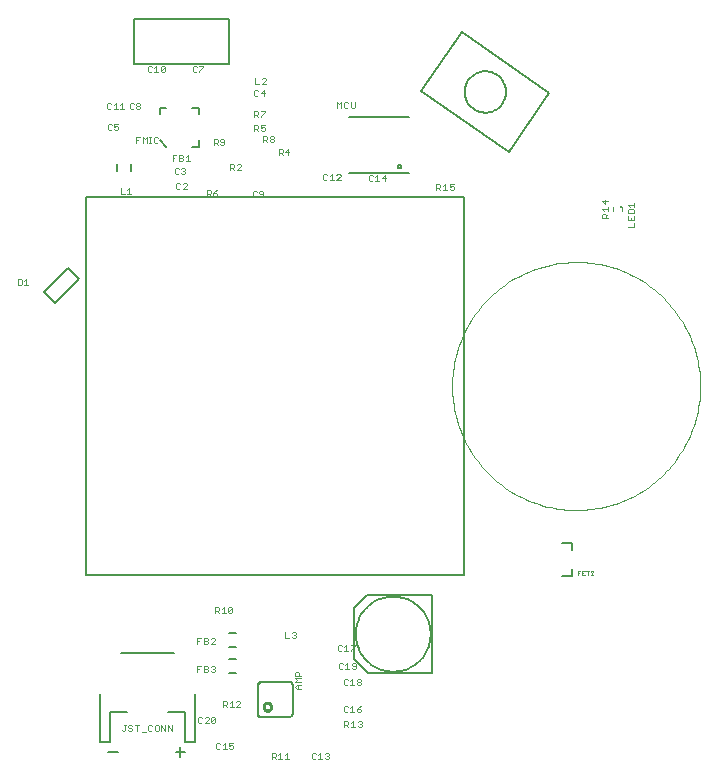
<source format=gto>
G75*
%MOIN*%
%OFA0B0*%
%FSLAX24Y24*%
%IPPOS*%
%LPD*%
%AMOC8*
5,1,8,0,0,1.08239X$1,22.5*
%
%ADD10C,0.0080*%
%ADD11C,0.0040*%
%ADD12C,0.0006*%
%ADD13C,0.0060*%
%ADD14C,0.0100*%
%ADD15C,0.0039*%
%ADD16R,0.0089X0.0098*%
%ADD17C,0.0050*%
%ADD18C,0.0070*%
%ADD19C,0.0030*%
D10*
X018057Y021281D02*
X018059Y021296D01*
X018065Y021309D01*
X018074Y021321D01*
X018085Y021330D01*
X018099Y021336D01*
X018114Y021338D01*
X018129Y021336D01*
X018142Y021330D01*
X018154Y021321D01*
X018163Y021310D01*
X018169Y021296D01*
X018171Y021281D01*
X018169Y021266D01*
X018163Y021253D01*
X018154Y021241D01*
X018143Y021232D01*
X018129Y021226D01*
X018114Y021224D01*
X018099Y021226D01*
X018086Y021232D01*
X018074Y021241D01*
X018065Y021252D01*
X018059Y021266D01*
X018057Y021281D01*
X011420Y021932D02*
X011420Y022149D01*
X011420Y021932D02*
X011204Y021932D01*
X010337Y021932D02*
X010121Y022149D01*
X010121Y023015D02*
X010121Y023231D01*
X010337Y023231D01*
X011204Y023231D02*
X011420Y023231D01*
X011420Y023015D01*
X023526Y008723D02*
X023841Y008723D01*
X023841Y008487D01*
X023841Y007857D02*
X023841Y007621D01*
X023526Y007621D01*
D11*
X016825Y004160D02*
X016825Y004127D01*
X016791Y004093D01*
X016725Y004093D01*
X016691Y004127D01*
X016691Y004160D01*
X016725Y004193D01*
X016791Y004193D01*
X016825Y004160D01*
X016791Y004093D02*
X016825Y004060D01*
X016825Y004027D01*
X016791Y003993D01*
X016725Y003993D01*
X016691Y004027D01*
X016691Y004060D01*
X016725Y004093D01*
X016604Y003993D02*
X016470Y003993D01*
X016537Y003993D02*
X016537Y004193D01*
X016470Y004127D01*
X016383Y004160D02*
X016349Y004193D01*
X016283Y004193D01*
X016249Y004160D01*
X016249Y004027D01*
X016283Y003993D01*
X016349Y003993D01*
X016383Y004027D01*
X016369Y004541D02*
X016369Y004741D01*
X016302Y004674D01*
X016215Y004708D02*
X016181Y004741D01*
X016114Y004741D01*
X016081Y004708D01*
X016081Y004574D01*
X016114Y004541D01*
X016181Y004541D01*
X016215Y004574D01*
X016302Y004541D02*
X016436Y004541D01*
X016523Y004574D02*
X016556Y004541D01*
X016623Y004541D01*
X016657Y004574D01*
X016657Y004708D01*
X016623Y004741D01*
X016556Y004741D01*
X016523Y004708D01*
X016523Y004674D01*
X016556Y004641D01*
X016657Y004641D01*
X016494Y005135D02*
X016494Y005168D01*
X016628Y005302D01*
X016628Y005335D01*
X016494Y005335D01*
X016340Y005335D02*
X016340Y005135D01*
X016273Y005135D02*
X016407Y005135D01*
X016273Y005268D02*
X016340Y005335D01*
X016186Y005302D02*
X016152Y005335D01*
X016086Y005335D01*
X016052Y005302D01*
X016052Y005168D01*
X016086Y005135D01*
X016152Y005135D01*
X016186Y005168D01*
X014821Y004306D02*
X014621Y004306D01*
X014621Y004406D01*
X014654Y004439D01*
X014721Y004439D01*
X014755Y004406D01*
X014755Y004306D01*
X014821Y004218D02*
X014621Y004218D01*
X014688Y004152D01*
X014621Y004085D01*
X014821Y004085D01*
X014821Y003997D02*
X014688Y003997D01*
X014621Y003931D01*
X014688Y003864D01*
X014821Y003864D01*
X014721Y003864D02*
X014721Y003997D01*
X014622Y005566D02*
X014555Y005566D01*
X014522Y005599D01*
X014434Y005566D02*
X014301Y005566D01*
X014301Y005766D01*
X014522Y005732D02*
X014555Y005766D01*
X014622Y005766D01*
X014655Y005732D01*
X014655Y005699D01*
X014622Y005666D01*
X014655Y005632D01*
X014655Y005599D01*
X014622Y005566D01*
X014622Y005666D02*
X014589Y005666D01*
X012533Y006442D02*
X012500Y006409D01*
X012433Y006409D01*
X012400Y006442D01*
X012533Y006575D01*
X012533Y006442D01*
X012400Y006442D02*
X012400Y006575D01*
X012433Y006609D01*
X012500Y006609D01*
X012533Y006575D01*
X012312Y006409D02*
X012179Y006409D01*
X012246Y006409D02*
X012246Y006609D01*
X012179Y006542D01*
X012091Y006509D02*
X012058Y006475D01*
X011958Y006475D01*
X011958Y006409D02*
X011958Y006609D01*
X012058Y006609D01*
X012091Y006575D01*
X012091Y006509D01*
X012025Y006475D02*
X012091Y006409D01*
X011909Y005566D02*
X011843Y005566D01*
X011809Y005532D01*
X011722Y005532D02*
X011722Y005499D01*
X011688Y005465D01*
X011588Y005465D01*
X011588Y005365D02*
X011688Y005365D01*
X011722Y005399D01*
X011722Y005432D01*
X011688Y005465D01*
X011722Y005532D02*
X011688Y005566D01*
X011588Y005566D01*
X011588Y005365D01*
X011434Y005465D02*
X011367Y005465D01*
X011367Y005365D02*
X011367Y005566D01*
X011501Y005566D01*
X011809Y005365D02*
X011943Y005499D01*
X011943Y005532D01*
X011909Y005566D01*
X011943Y005365D02*
X011809Y005365D01*
X011843Y004640D02*
X011909Y004640D01*
X011943Y004607D01*
X011943Y004574D01*
X011909Y004540D01*
X011943Y004507D01*
X011943Y004474D01*
X011909Y004440D01*
X011843Y004440D01*
X011809Y004474D01*
X011722Y004474D02*
X011688Y004440D01*
X011588Y004440D01*
X011588Y004640D01*
X011688Y004640D01*
X011722Y004607D01*
X011722Y004574D01*
X011688Y004540D01*
X011588Y004540D01*
X011688Y004540D02*
X011722Y004507D01*
X011722Y004474D01*
X011809Y004607D02*
X011843Y004640D01*
X011876Y004540D02*
X011909Y004540D01*
X011501Y004640D02*
X011367Y004640D01*
X011367Y004440D01*
X011367Y004540D02*
X011434Y004540D01*
X012232Y003447D02*
X012332Y003447D01*
X012365Y003414D01*
X012365Y003347D01*
X012332Y003314D01*
X012232Y003314D01*
X012299Y003314D02*
X012365Y003247D01*
X012453Y003247D02*
X012586Y003247D01*
X012520Y003247D02*
X012520Y003447D01*
X012453Y003380D01*
X012674Y003414D02*
X012707Y003447D01*
X012774Y003447D01*
X012807Y003414D01*
X012807Y003380D01*
X012674Y003247D01*
X012807Y003247D01*
X012232Y003247D02*
X012232Y003447D01*
X011938Y002930D02*
X011971Y002897D01*
X011838Y002763D01*
X011871Y002730D01*
X011938Y002730D01*
X011971Y002763D01*
X011971Y002897D01*
X011938Y002930D02*
X011871Y002930D01*
X011838Y002897D01*
X011838Y002763D01*
X011750Y002730D02*
X011617Y002730D01*
X011750Y002863D01*
X011750Y002897D01*
X011717Y002930D01*
X011650Y002930D01*
X011617Y002897D01*
X011530Y002897D02*
X011496Y002930D01*
X011429Y002930D01*
X011396Y002897D01*
X011396Y002763D01*
X011429Y002730D01*
X011496Y002730D01*
X011530Y002763D01*
X012031Y002067D02*
X011997Y002034D01*
X011997Y001901D01*
X012031Y001867D01*
X012097Y001867D01*
X012131Y001901D01*
X012218Y001867D02*
X012352Y001867D01*
X012285Y001867D02*
X012285Y002067D01*
X012218Y002001D01*
X012131Y002034D02*
X012097Y002067D01*
X012031Y002067D01*
X012439Y002067D02*
X012439Y001967D01*
X012506Y002001D01*
X012539Y002001D01*
X012573Y001967D01*
X012573Y001901D01*
X012539Y001867D01*
X012473Y001867D01*
X012439Y001901D01*
X012439Y002067D02*
X012573Y002067D01*
X013846Y001734D02*
X013846Y001534D01*
X013846Y001601D02*
X013946Y001601D01*
X013980Y001634D01*
X013980Y001701D01*
X013946Y001734D01*
X013846Y001734D01*
X013913Y001601D02*
X013980Y001534D01*
X014067Y001534D02*
X014200Y001534D01*
X014134Y001534D02*
X014134Y001734D01*
X014067Y001668D01*
X014288Y001668D02*
X014355Y001734D01*
X014355Y001534D01*
X014421Y001534D02*
X014288Y001534D01*
X015185Y001577D02*
X015218Y001543D01*
X015285Y001543D01*
X015318Y001577D01*
X015406Y001543D02*
X015539Y001543D01*
X015472Y001543D02*
X015472Y001743D01*
X015406Y001677D01*
X015318Y001710D02*
X015285Y001743D01*
X015218Y001743D01*
X015185Y001710D01*
X015185Y001577D01*
X015627Y001577D02*
X015660Y001543D01*
X015727Y001543D01*
X015760Y001577D01*
X015760Y001610D01*
X015727Y001643D01*
X015693Y001643D01*
X015727Y001643D02*
X015760Y001677D01*
X015760Y001710D01*
X015727Y001743D01*
X015660Y001743D01*
X015627Y001710D01*
X016267Y002597D02*
X016267Y002797D01*
X016367Y002797D01*
X016401Y002764D01*
X016401Y002697D01*
X016367Y002664D01*
X016267Y002664D01*
X016334Y002664D02*
X016401Y002597D01*
X016488Y002597D02*
X016622Y002597D01*
X016555Y002597D02*
X016555Y002797D01*
X016488Y002731D01*
X016709Y002764D02*
X016743Y002797D01*
X016809Y002797D01*
X016843Y002764D01*
X016843Y002731D01*
X016809Y002697D01*
X016843Y002664D01*
X016843Y002631D01*
X016809Y002597D01*
X016743Y002597D01*
X016709Y002631D01*
X016776Y002697D02*
X016809Y002697D01*
X016790Y003098D02*
X016823Y003132D01*
X016823Y003165D01*
X016790Y003199D01*
X016690Y003199D01*
X016690Y003132D01*
X016723Y003098D01*
X016790Y003098D01*
X016690Y003199D02*
X016756Y003265D01*
X016823Y003299D01*
X016535Y003299D02*
X016535Y003098D01*
X016469Y003098D02*
X016602Y003098D01*
X016469Y003232D02*
X016535Y003299D01*
X016381Y003265D02*
X016348Y003299D01*
X016281Y003299D01*
X016248Y003265D01*
X016248Y003132D01*
X016281Y003098D01*
X016348Y003098D01*
X016381Y003132D01*
X010526Y002648D02*
X010526Y002448D01*
X010393Y002648D01*
X010393Y002448D01*
X010305Y002448D02*
X010305Y002648D01*
X010172Y002648D02*
X010305Y002448D01*
X010172Y002448D02*
X010172Y002648D01*
X010084Y002615D02*
X010084Y002481D01*
X010051Y002448D01*
X009984Y002448D01*
X009951Y002481D01*
X009951Y002615D01*
X009984Y002648D01*
X010051Y002648D01*
X010084Y002615D01*
X009863Y002615D02*
X009830Y002648D01*
X009763Y002648D01*
X009730Y002615D01*
X009730Y002481D01*
X009763Y002448D01*
X009830Y002448D01*
X009863Y002481D01*
X009642Y002415D02*
X009509Y002415D01*
X009354Y002448D02*
X009354Y002648D01*
X009288Y002648D02*
X009421Y002648D01*
X009200Y002615D02*
X009167Y002648D01*
X009100Y002648D01*
X009067Y002615D01*
X009067Y002581D01*
X009100Y002548D01*
X009167Y002548D01*
X009200Y002515D01*
X009200Y002481D01*
X009167Y002448D01*
X009100Y002448D01*
X009067Y002481D01*
X008946Y002481D02*
X008946Y002648D01*
X008979Y002648D02*
X008912Y002648D01*
X008946Y002481D02*
X008912Y002448D01*
X008879Y002448D01*
X008846Y002481D01*
X005735Y017341D02*
X005602Y017341D01*
X005668Y017341D02*
X005668Y017541D01*
X005602Y017475D01*
X005514Y017508D02*
X005481Y017541D01*
X005381Y017541D01*
X005381Y017341D01*
X005481Y017341D01*
X005514Y017374D01*
X005514Y017508D01*
X008812Y020362D02*
X008946Y020362D01*
X009033Y020362D02*
X009167Y020362D01*
X009100Y020362D02*
X009100Y020562D01*
X009033Y020496D01*
X008812Y020562D02*
X008812Y020362D01*
X010659Y020562D02*
X010692Y020529D01*
X010759Y020529D01*
X010792Y020562D01*
X010880Y020529D02*
X011013Y020662D01*
X011013Y020696D01*
X010980Y020729D01*
X010913Y020729D01*
X010880Y020696D01*
X010792Y020696D02*
X010759Y020729D01*
X010692Y020729D01*
X010659Y020696D01*
X010659Y020562D01*
X010880Y020529D02*
X011013Y020529D01*
X010940Y021041D02*
X010874Y021041D01*
X010840Y021074D01*
X010753Y021074D02*
X010719Y021041D01*
X010653Y021041D01*
X010619Y021074D01*
X010619Y021207D01*
X010653Y021241D01*
X010719Y021241D01*
X010753Y021207D01*
X010840Y021207D02*
X010874Y021241D01*
X010940Y021241D01*
X010974Y021207D01*
X010974Y021174D01*
X010940Y021141D01*
X010974Y021107D01*
X010974Y021074D01*
X010940Y021041D01*
X010940Y021141D02*
X010907Y021141D01*
X010862Y021468D02*
X010762Y021468D01*
X010762Y021668D01*
X010862Y021668D01*
X010895Y021635D01*
X010895Y021601D01*
X010862Y021568D01*
X010762Y021568D01*
X010862Y021568D02*
X010895Y021534D01*
X010895Y021501D01*
X010862Y021468D01*
X010983Y021468D02*
X011116Y021468D01*
X011049Y021468D02*
X011049Y021668D01*
X010983Y021601D01*
X010674Y021668D02*
X010541Y021668D01*
X010541Y021468D01*
X010541Y021568D02*
X010607Y021568D01*
X010049Y022094D02*
X010015Y022060D01*
X009949Y022060D01*
X009915Y022094D01*
X009915Y022227D01*
X009949Y022260D01*
X010015Y022260D01*
X010049Y022227D01*
X009835Y022260D02*
X009768Y022260D01*
X009801Y022260D02*
X009801Y022060D01*
X009768Y022060D02*
X009835Y022060D01*
X009680Y022060D02*
X009680Y022260D01*
X009614Y022194D01*
X009547Y022260D01*
X009547Y022060D01*
X009393Y022160D02*
X009326Y022160D01*
X009326Y022060D02*
X009326Y022260D01*
X009459Y022260D01*
X008730Y022531D02*
X008696Y022497D01*
X008630Y022497D01*
X008596Y022531D01*
X008596Y022597D02*
X008663Y022631D01*
X008696Y022631D01*
X008730Y022597D01*
X008730Y022531D01*
X008596Y022597D02*
X008596Y022697D01*
X008730Y022697D01*
X008509Y022664D02*
X008475Y022697D01*
X008409Y022697D01*
X008375Y022664D01*
X008375Y022531D01*
X008409Y022497D01*
X008475Y022497D01*
X008509Y022531D01*
X008463Y023206D02*
X008497Y023239D01*
X008463Y023206D02*
X008397Y023206D01*
X008363Y023239D01*
X008363Y023373D01*
X008397Y023406D01*
X008463Y023406D01*
X008497Y023373D01*
X008584Y023339D02*
X008651Y023406D01*
X008651Y023206D01*
X008584Y023206D02*
X008718Y023206D01*
X008805Y023206D02*
X008939Y023206D01*
X008872Y023206D02*
X008872Y023406D01*
X008805Y023339D01*
X009111Y023373D02*
X009111Y023239D01*
X009145Y023206D01*
X009212Y023206D01*
X009245Y023239D01*
X009332Y023239D02*
X009332Y023273D01*
X009366Y023306D01*
X009432Y023306D01*
X009466Y023273D01*
X009466Y023239D01*
X009432Y023206D01*
X009366Y023206D01*
X009332Y023239D01*
X009366Y023306D02*
X009332Y023339D01*
X009332Y023373D01*
X009366Y023406D01*
X009432Y023406D01*
X009466Y023373D01*
X009466Y023339D01*
X009432Y023306D01*
X009245Y023373D02*
X009212Y023406D01*
X009145Y023406D01*
X009111Y023373D01*
X009747Y024426D02*
X009814Y024426D01*
X009847Y024460D01*
X009935Y024426D02*
X010068Y024426D01*
X010001Y024426D02*
X010001Y024627D01*
X009935Y024560D01*
X009847Y024593D02*
X009814Y024627D01*
X009747Y024627D01*
X009714Y024593D01*
X009714Y024460D01*
X009747Y024426D01*
X010156Y024460D02*
X010156Y024593D01*
X010189Y024627D01*
X010256Y024627D01*
X010289Y024593D01*
X010156Y024460D01*
X010189Y024426D01*
X010256Y024426D01*
X010289Y024460D01*
X010289Y024593D01*
X011210Y024593D02*
X011210Y024460D01*
X011243Y024426D01*
X011310Y024426D01*
X011343Y024460D01*
X011431Y024460D02*
X011431Y024426D01*
X011431Y024460D02*
X011564Y024593D01*
X011564Y024627D01*
X011431Y024627D01*
X011343Y024593D02*
X011310Y024627D01*
X011243Y024627D01*
X011210Y024593D01*
X013257Y023806D02*
X013257Y023672D01*
X013290Y023639D01*
X013357Y023639D01*
X013391Y023672D01*
X013478Y023739D02*
X013612Y023739D01*
X013578Y023639D02*
X013578Y023839D01*
X013478Y023739D01*
X013391Y023806D02*
X013357Y023839D01*
X013290Y023839D01*
X013257Y023806D01*
X013304Y024036D02*
X013437Y024036D01*
X013525Y024036D02*
X013658Y024170D01*
X013658Y024203D01*
X013625Y024236D01*
X013558Y024236D01*
X013525Y024203D01*
X013525Y024036D02*
X013658Y024036D01*
X013304Y024036D02*
X013304Y024236D01*
X013257Y023130D02*
X013357Y023130D01*
X013391Y023097D01*
X013391Y023030D01*
X013357Y022997D01*
X013257Y022997D01*
X013257Y022930D02*
X013257Y023130D01*
X013324Y022997D02*
X013391Y022930D01*
X013478Y022930D02*
X013478Y022964D01*
X013612Y023097D01*
X013612Y023130D01*
X013478Y023130D01*
X013478Y022658D02*
X013478Y022558D01*
X013545Y022591D01*
X013578Y022591D01*
X013612Y022558D01*
X013612Y022491D01*
X013578Y022458D01*
X013511Y022458D01*
X013478Y022491D01*
X013391Y022458D02*
X013324Y022525D01*
X013357Y022525D02*
X013257Y022525D01*
X013257Y022458D02*
X013257Y022658D01*
X013357Y022658D01*
X013391Y022625D01*
X013391Y022558D01*
X013357Y022525D01*
X013478Y022658D02*
X013612Y022658D01*
X013572Y022304D02*
X013672Y022304D01*
X013705Y022270D01*
X013705Y022204D01*
X013672Y022170D01*
X013572Y022170D01*
X013572Y022104D02*
X013572Y022304D01*
X013639Y022170D02*
X013705Y022104D01*
X013793Y022137D02*
X013793Y022170D01*
X013826Y022204D01*
X013893Y022204D01*
X013926Y022170D01*
X013926Y022137D01*
X013893Y022104D01*
X013826Y022104D01*
X013793Y022137D01*
X013826Y022204D02*
X013793Y022237D01*
X013793Y022270D01*
X013826Y022304D01*
X013893Y022304D01*
X013926Y022270D01*
X013926Y022237D01*
X013893Y022204D01*
X014084Y021871D02*
X014184Y021871D01*
X014217Y021837D01*
X014217Y021771D01*
X014184Y021737D01*
X014084Y021737D01*
X014084Y021670D02*
X014084Y021871D01*
X014151Y021737D02*
X014217Y021670D01*
X014305Y021771D02*
X014438Y021771D01*
X014405Y021871D02*
X014305Y021771D01*
X014405Y021871D02*
X014405Y021670D01*
X013539Y020453D02*
X013472Y020453D01*
X013439Y020420D01*
X013439Y020387D01*
X013472Y020353D01*
X013572Y020353D01*
X013572Y020287D02*
X013572Y020420D01*
X013539Y020453D01*
X013572Y020287D02*
X013539Y020253D01*
X013472Y020253D01*
X013439Y020287D01*
X013351Y020287D02*
X013318Y020253D01*
X013251Y020253D01*
X013218Y020287D01*
X013218Y020420D01*
X013251Y020453D01*
X013318Y020453D01*
X013351Y020420D01*
X012824Y021159D02*
X012691Y021159D01*
X012824Y021292D01*
X012824Y021325D01*
X012791Y021359D01*
X012724Y021359D01*
X012691Y021325D01*
X012603Y021325D02*
X012603Y021259D01*
X012570Y021225D01*
X012470Y021225D01*
X012470Y021159D02*
X012470Y021359D01*
X012570Y021359D01*
X012603Y021325D01*
X012536Y021225D02*
X012603Y021159D01*
X012037Y020493D02*
X011970Y020459D01*
X011903Y020393D01*
X012003Y020393D01*
X012037Y020359D01*
X012037Y020326D01*
X012003Y020293D01*
X011937Y020293D01*
X011903Y020326D01*
X011903Y020393D01*
X011816Y020393D02*
X011782Y020359D01*
X011682Y020359D01*
X011682Y020293D02*
X011682Y020493D01*
X011782Y020493D01*
X011816Y020459D01*
X011816Y020393D01*
X011749Y020359D02*
X011816Y020293D01*
X011919Y021985D02*
X011919Y022186D01*
X012019Y022186D01*
X012052Y022152D01*
X012052Y022086D01*
X012019Y022052D01*
X011919Y022052D01*
X011985Y022052D02*
X012052Y021985D01*
X012139Y022019D02*
X012173Y021985D01*
X012240Y021985D01*
X012273Y022019D01*
X012273Y022152D01*
X012240Y022186D01*
X012173Y022186D01*
X012139Y022152D01*
X012139Y022119D01*
X012173Y022086D01*
X012273Y022086D01*
X015565Y021003D02*
X015565Y020869D01*
X015599Y020836D01*
X015665Y020836D01*
X015699Y020869D01*
X015786Y020836D02*
X015920Y020836D01*
X015853Y020836D02*
X015853Y021036D01*
X015786Y020969D01*
X015699Y021003D02*
X015665Y021036D01*
X015599Y021036D01*
X015565Y021003D01*
X016007Y021003D02*
X016041Y021036D01*
X016107Y021036D01*
X016141Y021003D01*
X016141Y020969D01*
X016007Y020836D01*
X016141Y020836D01*
X017076Y020838D02*
X017109Y020804D01*
X017176Y020804D01*
X017209Y020838D01*
X017297Y020804D02*
X017430Y020804D01*
X017364Y020804D02*
X017364Y021005D01*
X017297Y020938D01*
X017209Y020971D02*
X017176Y021005D01*
X017109Y021005D01*
X017076Y020971D01*
X017076Y020838D01*
X017518Y020904D02*
X017651Y020904D01*
X017618Y020804D02*
X017618Y021005D01*
X017518Y020904D01*
X019338Y020711D02*
X019338Y020511D01*
X019338Y020577D02*
X019438Y020577D01*
X019472Y020611D01*
X019472Y020677D01*
X019438Y020711D01*
X019338Y020711D01*
X019405Y020577D02*
X019472Y020511D01*
X019559Y020511D02*
X019693Y020511D01*
X019626Y020511D02*
X019626Y020711D01*
X019559Y020644D01*
X019780Y020611D02*
X019780Y020711D01*
X019914Y020711D01*
X019880Y020644D02*
X019914Y020611D01*
X019914Y020544D01*
X019880Y020511D01*
X019814Y020511D01*
X019780Y020544D01*
X019780Y020611D02*
X019847Y020644D01*
X019880Y020644D01*
X016613Y023273D02*
X016613Y023440D01*
X016480Y023440D02*
X016480Y023273D01*
X016513Y023240D01*
X016580Y023240D01*
X016613Y023273D01*
X016392Y023273D02*
X016359Y023240D01*
X016292Y023240D01*
X016259Y023273D01*
X016259Y023406D01*
X016292Y023440D01*
X016359Y023440D01*
X016392Y023406D01*
X016171Y023440D02*
X016171Y023240D01*
X016038Y023240D02*
X016038Y023440D01*
X016105Y023373D01*
X016171Y023440D01*
X024846Y020116D02*
X024946Y020016D01*
X024946Y020150D01*
X025046Y020116D02*
X024846Y020116D01*
X024846Y019862D02*
X025046Y019862D01*
X025046Y019795D02*
X025046Y019929D01*
X024913Y019795D02*
X024846Y019862D01*
X024879Y019708D02*
X024846Y019675D01*
X024846Y019574D01*
X025046Y019574D01*
X024980Y019574D02*
X024980Y019675D01*
X024946Y019708D01*
X024879Y019708D01*
X024980Y019641D02*
X025046Y019708D01*
X025239Y019786D02*
X025239Y019944D01*
X025515Y019944D02*
X025515Y019786D01*
X025731Y019819D02*
X025765Y019852D01*
X025898Y019852D01*
X025932Y019819D01*
X025932Y019719D01*
X025731Y019719D01*
X025731Y019819D01*
X025798Y019940D02*
X025731Y020006D01*
X025932Y020006D01*
X025932Y019940D02*
X025932Y020073D01*
X025932Y019631D02*
X025932Y019498D01*
X025731Y019498D01*
X025731Y019631D01*
X025831Y019564D02*
X025831Y019498D01*
X025932Y019410D02*
X025932Y019277D01*
X025731Y019277D01*
D12*
X013473Y004135D02*
X013473Y004081D01*
X013472Y004082D02*
X013457Y004080D01*
X013443Y004074D01*
X013430Y004066D01*
X013420Y004056D01*
X013412Y004043D01*
X013406Y004029D01*
X013404Y004014D01*
X013351Y004013D01*
X013350Y004014D01*
X013352Y004035D01*
X013358Y004055D01*
X013367Y004074D01*
X013379Y004092D01*
X013394Y004107D01*
X013412Y004119D01*
X013431Y004128D01*
X013451Y004134D01*
X013472Y004136D01*
X013472Y004131D01*
X013452Y004129D01*
X013432Y004123D01*
X013414Y004114D01*
X013398Y004103D01*
X013383Y004088D01*
X013372Y004072D01*
X013363Y004054D01*
X013357Y004034D01*
X013355Y004014D01*
X013360Y004014D01*
X013362Y004033D01*
X013368Y004052D01*
X013376Y004069D01*
X013387Y004085D01*
X013401Y004099D01*
X013417Y004110D01*
X013434Y004118D01*
X013453Y004124D01*
X013472Y004126D01*
X013472Y004121D01*
X013454Y004119D01*
X013436Y004114D01*
X013419Y004106D01*
X013404Y004095D01*
X013391Y004082D01*
X013380Y004067D01*
X013372Y004050D01*
X013367Y004032D01*
X013365Y004014D01*
X013370Y004014D01*
X013372Y004034D01*
X013379Y004053D01*
X013388Y004070D01*
X013401Y004085D01*
X013416Y004098D01*
X013433Y004107D01*
X013452Y004114D01*
X013472Y004116D01*
X013472Y004111D01*
X013453Y004109D01*
X013435Y004103D01*
X013419Y004094D01*
X013404Y004082D01*
X013392Y004067D01*
X013383Y004051D01*
X013377Y004033D01*
X013375Y004014D01*
X013380Y004014D01*
X013382Y004032D01*
X013388Y004049D01*
X013396Y004064D01*
X013408Y004078D01*
X013422Y004090D01*
X013437Y004098D01*
X013454Y004104D01*
X013472Y004106D01*
X013472Y004101D01*
X013455Y004099D01*
X013439Y004094D01*
X013424Y004085D01*
X013411Y004075D01*
X013401Y004062D01*
X013392Y004047D01*
X013387Y004031D01*
X013385Y004014D01*
X013390Y004014D01*
X013392Y004030D01*
X013397Y004045D01*
X013405Y004059D01*
X013415Y004071D01*
X013427Y004081D01*
X013441Y004089D01*
X013456Y004094D01*
X013472Y004096D01*
X013472Y004091D01*
X013455Y004088D01*
X013439Y004083D01*
X013425Y004073D01*
X013413Y004061D01*
X013403Y004047D01*
X013398Y004031D01*
X013395Y004014D01*
X013400Y004014D01*
X013402Y004030D01*
X013408Y004045D01*
X013417Y004058D01*
X013428Y004069D01*
X013441Y004078D01*
X013456Y004084D01*
X013472Y004086D01*
X013351Y003036D02*
X013405Y003036D01*
X013404Y003035D02*
X013406Y003020D01*
X013412Y003006D01*
X013420Y002993D01*
X013430Y002983D01*
X013443Y002975D01*
X013457Y002969D01*
X013472Y002967D01*
X013473Y002914D01*
X013472Y002913D01*
X013451Y002915D01*
X013431Y002921D01*
X013412Y002930D01*
X013394Y002942D01*
X013379Y002957D01*
X013367Y002975D01*
X013358Y002994D01*
X013352Y003014D01*
X013350Y003035D01*
X013355Y003035D01*
X013357Y003015D01*
X013363Y002995D01*
X013372Y002977D01*
X013383Y002961D01*
X013398Y002946D01*
X013414Y002935D01*
X013432Y002926D01*
X013452Y002920D01*
X013472Y002918D01*
X013472Y002923D01*
X013453Y002925D01*
X013434Y002931D01*
X013417Y002939D01*
X013401Y002950D01*
X013387Y002964D01*
X013376Y002980D01*
X013368Y002997D01*
X013362Y003016D01*
X013360Y003035D01*
X013365Y003035D01*
X013367Y003017D01*
X013372Y002999D01*
X013380Y002982D01*
X013391Y002967D01*
X013404Y002954D01*
X013419Y002943D01*
X013436Y002935D01*
X013454Y002930D01*
X013472Y002928D01*
X013472Y002933D01*
X013452Y002935D01*
X013433Y002942D01*
X013416Y002951D01*
X013401Y002964D01*
X013388Y002979D01*
X013379Y002996D01*
X013372Y003015D01*
X013370Y003035D01*
X013375Y003035D01*
X013377Y003016D01*
X013383Y002998D01*
X013392Y002982D01*
X013404Y002967D01*
X013419Y002955D01*
X013435Y002946D01*
X013453Y002940D01*
X013472Y002938D01*
X013472Y002943D01*
X013454Y002945D01*
X013437Y002951D01*
X013422Y002959D01*
X013408Y002971D01*
X013396Y002985D01*
X013388Y003000D01*
X013382Y003017D01*
X013380Y003035D01*
X013385Y003035D01*
X013387Y003018D01*
X013392Y003002D01*
X013401Y002987D01*
X013411Y002974D01*
X013424Y002964D01*
X013439Y002955D01*
X013455Y002950D01*
X013472Y002948D01*
X013472Y002953D01*
X013456Y002955D01*
X013441Y002960D01*
X013427Y002968D01*
X013415Y002978D01*
X013405Y002990D01*
X013397Y003004D01*
X013392Y003019D01*
X013390Y003035D01*
X013395Y003035D01*
X013398Y003018D01*
X013403Y003002D01*
X013413Y002988D01*
X013425Y002976D01*
X013439Y002966D01*
X013455Y002961D01*
X013472Y002958D01*
X013472Y002963D01*
X013456Y002965D01*
X013441Y002971D01*
X013428Y002980D01*
X013417Y002991D01*
X013408Y003004D01*
X013402Y003019D01*
X013400Y003035D01*
D13*
X013377Y003042D02*
X013377Y004011D01*
X013479Y004109D02*
X014448Y004109D01*
X014444Y004109D02*
X014461Y004108D01*
X014478Y004103D01*
X014493Y004096D01*
X014507Y004086D01*
X014519Y004074D01*
X014529Y004060D01*
X014536Y004045D01*
X014541Y004028D01*
X014542Y004011D01*
X014542Y003038D01*
X014541Y003021D01*
X014536Y003004D01*
X014529Y002989D01*
X014519Y002975D01*
X014507Y002963D01*
X014493Y002953D01*
X014478Y002946D01*
X014461Y002941D01*
X014444Y002940D01*
X014448Y002940D02*
X013479Y002940D01*
X012660Y004393D02*
X012424Y004393D01*
X012424Y004865D02*
X012660Y004865D01*
X012660Y005259D02*
X012424Y005259D01*
X012424Y005731D02*
X012660Y005731D01*
X006621Y016726D02*
X007413Y017518D01*
X007046Y017886D01*
X006254Y017094D01*
X006621Y016726D01*
X008684Y021125D02*
X008684Y021361D01*
X009156Y021361D02*
X009156Y021125D01*
X016424Y021061D02*
X018434Y021061D01*
X018434Y022921D02*
X016424Y022921D01*
D14*
X013576Y003271D02*
X013578Y003293D01*
X013584Y003315D01*
X013593Y003335D01*
X013606Y003353D01*
X013622Y003369D01*
X013640Y003382D01*
X013660Y003391D01*
X013682Y003397D01*
X013704Y003399D01*
X013726Y003397D01*
X013748Y003391D01*
X013768Y003382D01*
X013786Y003369D01*
X013802Y003353D01*
X013815Y003335D01*
X013824Y003315D01*
X013830Y003293D01*
X013832Y003271D01*
X013830Y003249D01*
X013824Y003227D01*
X013815Y003207D01*
X013802Y003189D01*
X013786Y003173D01*
X013768Y003160D01*
X013748Y003151D01*
X013726Y003145D01*
X013704Y003143D01*
X013682Y003145D01*
X013660Y003151D01*
X013640Y003160D01*
X013622Y003173D01*
X013606Y003189D01*
X013593Y003207D01*
X013584Y003227D01*
X013578Y003249D01*
X013576Y003271D01*
D15*
X019865Y013960D02*
X019867Y014088D01*
X019873Y014216D01*
X019883Y014343D01*
X019897Y014471D01*
X019914Y014597D01*
X019936Y014723D01*
X019962Y014849D01*
X019991Y014973D01*
X020024Y015097D01*
X020061Y015219D01*
X020102Y015340D01*
X020147Y015460D01*
X020195Y015579D01*
X020247Y015696D01*
X020303Y015811D01*
X020362Y015925D01*
X020424Y016036D01*
X020490Y016146D01*
X020559Y016253D01*
X020632Y016359D01*
X020708Y016462D01*
X020787Y016562D01*
X020869Y016661D01*
X020954Y016756D01*
X021042Y016849D01*
X021133Y016939D01*
X021226Y017026D01*
X021323Y017111D01*
X021421Y017192D01*
X021523Y017270D01*
X021626Y017345D01*
X021732Y017417D01*
X021840Y017486D01*
X021950Y017551D01*
X022063Y017612D01*
X022177Y017671D01*
X022292Y017725D01*
X022410Y017776D01*
X022528Y017824D01*
X022649Y017867D01*
X022770Y017907D01*
X022893Y017943D01*
X023017Y017976D01*
X023142Y018004D01*
X023267Y018029D01*
X023393Y018049D01*
X023520Y018066D01*
X023648Y018079D01*
X023775Y018088D01*
X023903Y018093D01*
X024031Y018094D01*
X024159Y018091D01*
X024287Y018084D01*
X024414Y018073D01*
X024541Y018058D01*
X024668Y018040D01*
X024794Y018017D01*
X024919Y017990D01*
X025043Y017960D01*
X025166Y017926D01*
X025289Y017888D01*
X025410Y017846D01*
X025529Y017800D01*
X025647Y017751D01*
X025764Y017698D01*
X025879Y017642D01*
X025992Y017582D01*
X026103Y017519D01*
X026212Y017452D01*
X026319Y017382D01*
X026424Y017308D01*
X026526Y017232D01*
X026626Y017152D01*
X026724Y017069D01*
X026819Y016983D01*
X026911Y016894D01*
X027000Y016803D01*
X027087Y016709D01*
X027170Y016612D01*
X027251Y016512D01*
X027328Y016411D01*
X027403Y016306D01*
X027474Y016200D01*
X027541Y016091D01*
X027606Y015981D01*
X027666Y015868D01*
X027724Y015754D01*
X027777Y015638D01*
X027827Y015520D01*
X027874Y015401D01*
X027917Y015280D01*
X027956Y015158D01*
X027991Y015035D01*
X028022Y014911D01*
X028050Y014786D01*
X028073Y014660D01*
X028093Y014534D01*
X028109Y014407D01*
X028121Y014280D01*
X028129Y014152D01*
X028133Y014024D01*
X028133Y013896D01*
X028129Y013768D01*
X028121Y013640D01*
X028109Y013513D01*
X028093Y013386D01*
X028073Y013260D01*
X028050Y013134D01*
X028022Y013009D01*
X027991Y012885D01*
X027956Y012762D01*
X027917Y012640D01*
X027874Y012519D01*
X027827Y012400D01*
X027777Y012282D01*
X027724Y012166D01*
X027666Y012052D01*
X027606Y011939D01*
X027541Y011829D01*
X027474Y011720D01*
X027403Y011614D01*
X027328Y011509D01*
X027251Y011408D01*
X027170Y011308D01*
X027087Y011211D01*
X027000Y011117D01*
X026911Y011026D01*
X026819Y010937D01*
X026724Y010851D01*
X026626Y010768D01*
X026526Y010688D01*
X026424Y010612D01*
X026319Y010538D01*
X026212Y010468D01*
X026103Y010401D01*
X025992Y010338D01*
X025879Y010278D01*
X025764Y010222D01*
X025647Y010169D01*
X025529Y010120D01*
X025410Y010074D01*
X025289Y010032D01*
X025166Y009994D01*
X025043Y009960D01*
X024919Y009930D01*
X024794Y009903D01*
X024668Y009880D01*
X024541Y009862D01*
X024414Y009847D01*
X024287Y009836D01*
X024159Y009829D01*
X024031Y009826D01*
X023903Y009827D01*
X023775Y009832D01*
X023648Y009841D01*
X023520Y009854D01*
X023393Y009871D01*
X023267Y009891D01*
X023142Y009916D01*
X023017Y009944D01*
X022893Y009977D01*
X022770Y010013D01*
X022649Y010053D01*
X022528Y010096D01*
X022410Y010144D01*
X022292Y010195D01*
X022177Y010249D01*
X022063Y010308D01*
X021950Y010369D01*
X021840Y010434D01*
X021732Y010503D01*
X021626Y010575D01*
X021523Y010650D01*
X021421Y010728D01*
X021323Y010809D01*
X021226Y010894D01*
X021133Y010981D01*
X021042Y011071D01*
X020954Y011164D01*
X020869Y011259D01*
X020787Y011358D01*
X020708Y011458D01*
X020632Y011561D01*
X020559Y011667D01*
X020490Y011774D01*
X020424Y011884D01*
X020362Y011995D01*
X020303Y012109D01*
X020247Y012224D01*
X020195Y012341D01*
X020147Y012460D01*
X020102Y012580D01*
X020061Y012701D01*
X020024Y012823D01*
X019991Y012947D01*
X019962Y013071D01*
X019936Y013197D01*
X019914Y013323D01*
X019897Y013449D01*
X019883Y013577D01*
X019873Y013704D01*
X019867Y013832D01*
X019865Y013960D01*
D16*
X025490Y019914D03*
D17*
X007660Y020260D02*
X007660Y007660D01*
X020260Y007660D01*
X020260Y020260D01*
X007660Y020260D01*
X009274Y024708D02*
X012424Y024708D01*
X012424Y026204D01*
X009274Y026204D01*
X009274Y024708D01*
X018839Y023811D02*
X020194Y025746D01*
X023096Y023714D01*
X021741Y021779D01*
X018839Y023811D01*
X020278Y023763D02*
X020280Y023815D01*
X020286Y023867D01*
X020296Y023918D01*
X020309Y023968D01*
X020327Y024018D01*
X020348Y024065D01*
X020372Y024111D01*
X020401Y024155D01*
X020432Y024197D01*
X020466Y024236D01*
X020503Y024273D01*
X020543Y024306D01*
X020586Y024337D01*
X020630Y024364D01*
X020676Y024388D01*
X020725Y024408D01*
X020774Y024424D01*
X020825Y024437D01*
X020876Y024446D01*
X020928Y024451D01*
X020980Y024452D01*
X021032Y024449D01*
X021084Y024442D01*
X021135Y024431D01*
X021185Y024417D01*
X021234Y024398D01*
X021281Y024376D01*
X021326Y024351D01*
X021370Y024322D01*
X021411Y024290D01*
X021450Y024255D01*
X021485Y024217D01*
X021518Y024176D01*
X021548Y024134D01*
X021574Y024089D01*
X021597Y024042D01*
X021616Y023993D01*
X021632Y023943D01*
X021644Y023893D01*
X021652Y023841D01*
X021656Y023789D01*
X021656Y023737D01*
X021652Y023685D01*
X021644Y023633D01*
X021632Y023583D01*
X021616Y023533D01*
X021597Y023484D01*
X021574Y023437D01*
X021548Y023392D01*
X021518Y023350D01*
X021485Y023309D01*
X021450Y023271D01*
X021411Y023236D01*
X021370Y023204D01*
X021326Y023175D01*
X021281Y023150D01*
X021234Y023128D01*
X021185Y023109D01*
X021135Y023095D01*
X021084Y023084D01*
X021032Y023077D01*
X020980Y023074D01*
X020928Y023075D01*
X020876Y023080D01*
X020825Y023089D01*
X020774Y023102D01*
X020725Y023118D01*
X020676Y023138D01*
X020630Y023162D01*
X020586Y023189D01*
X020543Y023220D01*
X020503Y023253D01*
X020466Y023290D01*
X020432Y023329D01*
X020401Y023371D01*
X020372Y023415D01*
X020348Y023461D01*
X020327Y023508D01*
X020309Y023558D01*
X020296Y023608D01*
X020286Y023659D01*
X020280Y023711D01*
X020278Y023763D01*
X019196Y006991D02*
X017030Y006991D01*
X016597Y006558D01*
X016597Y004865D01*
X017070Y004393D01*
X019196Y004393D01*
X019196Y006991D01*
X016646Y005692D02*
X016648Y005762D01*
X016654Y005832D01*
X016664Y005902D01*
X016677Y005970D01*
X016695Y006038D01*
X016716Y006105D01*
X016741Y006171D01*
X016770Y006235D01*
X016802Y006297D01*
X016838Y006358D01*
X016877Y006416D01*
X016919Y006472D01*
X016964Y006526D01*
X017012Y006577D01*
X017063Y006625D01*
X017117Y006670D01*
X017173Y006712D01*
X017231Y006751D01*
X017292Y006787D01*
X017354Y006819D01*
X017418Y006848D01*
X017484Y006873D01*
X017551Y006894D01*
X017619Y006912D01*
X017687Y006925D01*
X017757Y006935D01*
X017827Y006941D01*
X017897Y006943D01*
X017967Y006941D01*
X018037Y006935D01*
X018107Y006925D01*
X018175Y006912D01*
X018243Y006894D01*
X018310Y006873D01*
X018376Y006848D01*
X018440Y006819D01*
X018502Y006787D01*
X018563Y006751D01*
X018621Y006712D01*
X018677Y006670D01*
X018731Y006625D01*
X018782Y006577D01*
X018830Y006526D01*
X018875Y006472D01*
X018917Y006416D01*
X018956Y006358D01*
X018992Y006297D01*
X019024Y006235D01*
X019053Y006171D01*
X019078Y006105D01*
X019099Y006038D01*
X019117Y005970D01*
X019130Y005902D01*
X019140Y005832D01*
X019146Y005762D01*
X019148Y005692D01*
X019146Y005622D01*
X019140Y005552D01*
X019130Y005482D01*
X019117Y005414D01*
X019099Y005346D01*
X019078Y005279D01*
X019053Y005213D01*
X019024Y005149D01*
X018992Y005087D01*
X018956Y005026D01*
X018917Y004968D01*
X018875Y004912D01*
X018830Y004858D01*
X018782Y004807D01*
X018731Y004759D01*
X018677Y004714D01*
X018621Y004672D01*
X018563Y004633D01*
X018502Y004597D01*
X018440Y004565D01*
X018376Y004536D01*
X018310Y004511D01*
X018243Y004490D01*
X018175Y004472D01*
X018107Y004459D01*
X018037Y004449D01*
X017967Y004443D01*
X017897Y004441D01*
X017827Y004443D01*
X017757Y004449D01*
X017687Y004459D01*
X017619Y004472D01*
X017551Y004490D01*
X017484Y004511D01*
X017418Y004536D01*
X017354Y004565D01*
X017292Y004597D01*
X017231Y004633D01*
X017173Y004672D01*
X017117Y004714D01*
X017063Y004759D01*
X017012Y004807D01*
X016964Y004858D01*
X016919Y004912D01*
X016877Y004968D01*
X016838Y005026D01*
X016802Y005087D01*
X016770Y005149D01*
X016741Y005213D01*
X016716Y005279D01*
X016695Y005346D01*
X016677Y005414D01*
X016664Y005482D01*
X016654Y005552D01*
X016648Y005622D01*
X016646Y005692D01*
X011282Y003684D02*
X011282Y002109D01*
X010948Y002109D01*
X010948Y003093D01*
X010397Y003093D01*
X009019Y003093D02*
X008467Y003093D01*
X008467Y002109D01*
X008133Y002109D01*
X008133Y003684D01*
X008822Y005062D02*
X010593Y005062D01*
D18*
X010806Y001924D02*
X010806Y001598D01*
X010643Y001761D02*
X010970Y001761D01*
X008720Y001761D02*
X008393Y001761D01*
D19*
X024043Y007667D02*
X024043Y007797D01*
X024130Y007797D01*
X024191Y007797D02*
X024191Y007667D01*
X024277Y007667D01*
X024234Y007732D02*
X024191Y007732D01*
X024191Y007797D02*
X024277Y007797D01*
X024338Y007797D02*
X024425Y007797D01*
X024381Y007797D02*
X024381Y007667D01*
X024485Y007667D02*
X024572Y007753D01*
X024572Y007775D01*
X024550Y007797D01*
X024507Y007797D01*
X024485Y007775D01*
X024485Y007667D02*
X024572Y007667D01*
X024087Y007732D02*
X024043Y007732D01*
M02*

</source>
